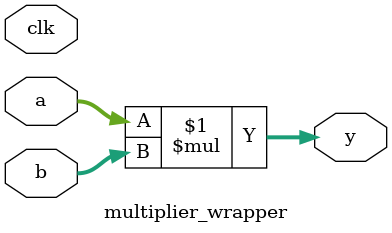
<source format=sv>
module multiplier_wrapper #(parameter USE_IP = 0, parameter A_WIDTH = 32, parameter B_WIDTH = 32) (
    input logic signed [A_WIDTH-1:0]              a,
    input logic signed [B_WIDTH-1:0]              b,
    input logic                          clk,
    output logic signed [(B_WIDTH+A_WIDTH)-1:0] y
);

   generate
      if (USE_IP) begin
         // Instantiate vendor-specific multiplier IP
         mult_gen_0 
           tech_mult_inst (
                                    .A(a),
                                    .B(b),
                                    .P(y),
                                    .CLK(clk));
      end else begin
         assign y = a*b;           
      end
   endgenerate
endmodule

</source>
